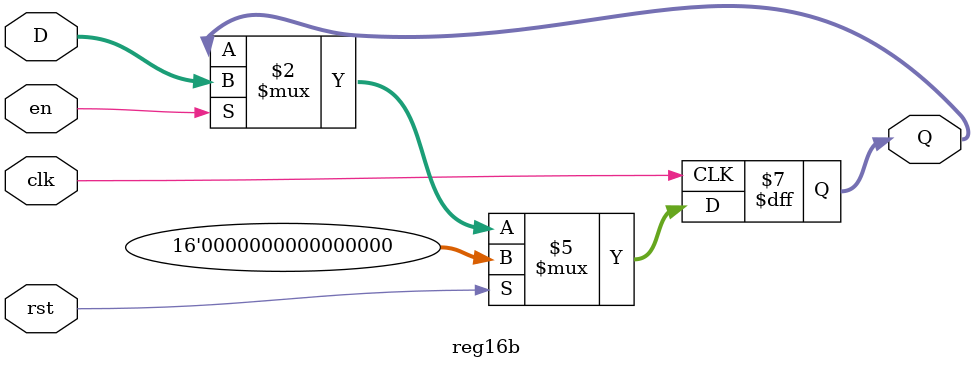
<source format=v>
module reg16b(
	input [15:0] D,
	input en,
	input rst,
	input clk,
	output reg [15:0] Q);

	always @(negedge clk) begin
		if (rst)
			Q <= 16'h0000;
		else if (en)
			Q <= D;
	end
endmodule
</source>
